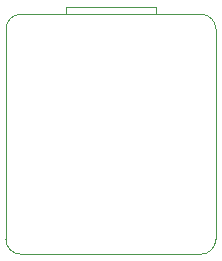
<source format=gbr>
%TF.GenerationSoftware,KiCad,Pcbnew,(7.0.0)*%
%TF.CreationDate,2023-04-04T17:59:29+09:00*%
%TF.ProjectId,fric10key,66726963-3130-46b6-9579-2e6b69636164,rev?*%
%TF.SameCoordinates,Original*%
%TF.FileFunction,Legend,Bot*%
%TF.FilePolarity,Positive*%
%FSLAX46Y46*%
G04 Gerber Fmt 4.6, Leading zero omitted, Abs format (unit mm)*
G04 Created by KiCad (PCBNEW (7.0.0)) date 2023-04-04 17:59:29*
%MOMM*%
%LPD*%
G01*
G04 APERTURE LIST*
%ADD10C,0.100000*%
G04 APERTURE END LIST*
D10*
%TO.C,U1*%
X127900000Y-25140000D02*
X127900000Y-42920000D01*
X126630000Y-23870000D02*
X111390000Y-23870000D01*
X111390000Y-44190000D02*
X126630000Y-44190000D01*
X110120000Y-42920000D02*
X110120000Y-25140000D01*
X122820000Y-23235000D02*
X115200000Y-23235000D01*
X115200000Y-23235000D02*
X115200000Y-23870000D01*
X115200000Y-23870000D02*
X122820000Y-23870000D01*
X122820000Y-23870000D02*
X122820000Y-23235000D01*
X126630000Y-44190000D02*
G75*
G03*
X127900000Y-42920000I1J1269999D01*
G01*
X127900000Y-25140000D02*
G75*
G03*
X126630000Y-23870000I-1269999J1D01*
G01*
X110120000Y-42920000D02*
G75*
G03*
X111390000Y-44190000I1270000J0D01*
G01*
X111390000Y-23870000D02*
G75*
G03*
X110120000Y-25140000I0J-1270000D01*
G01*
%TD*%
M02*

</source>
